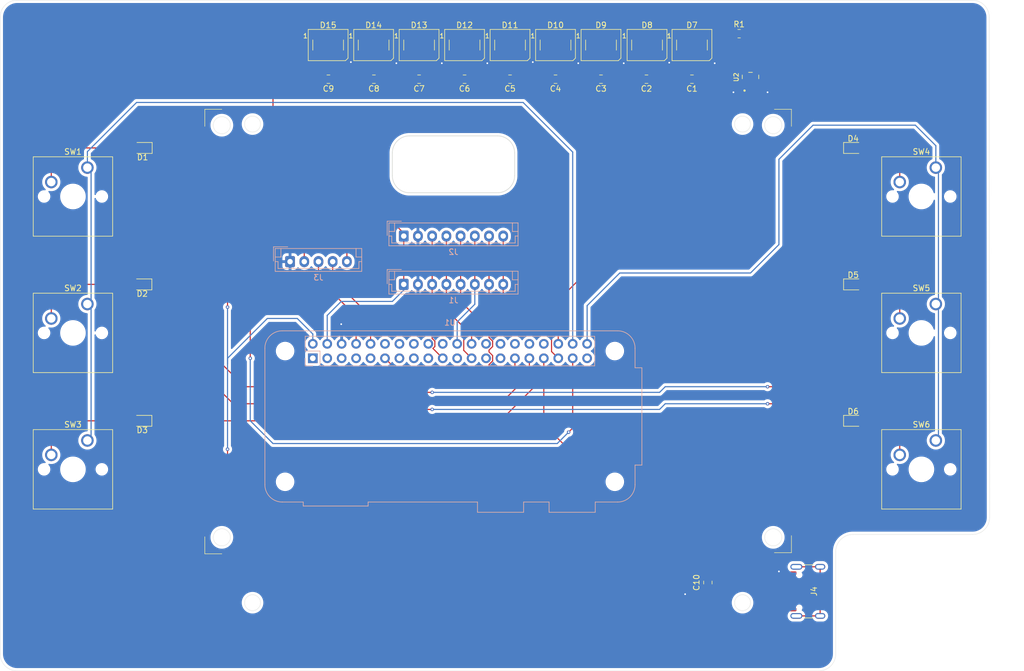
<source format=kicad_pcb>
(kicad_pcb (version 20241229) (generator "pcbnew") (generator_version "9.0")
  (title_block (title "smart_keybowl") (date "2025-07-06") (comment 1 "Author: Felix Wittwer"))
  (layers (0 "F.Cu" signal) (2 "B.Cu" signal) (13 "F.Paste" user) (15 "B.Paste" user) (5 "F.SilkS" user "F.Silkscreen") (7 "B.SilkS" user "B.Silkscreen") (1 "F.Mask" user) (3 "B.Mask" user) (25 "Edge.Cuts" user))
  (net 0 "")
  (net 1 "+5V")
  (net 2 "GND")
  (net 3 "Net-(D1-A)")
  (net 4 "ROW1")
  (net 5 "ROW2")
  (net 6 "Net-(D2-A)")
  (net 7 "Net-(D3-A)")
  (net 8 "ROW3")
  (net 9 "Net-(D4-A)")
  (net 10 "Net-(D5-A)")
  (net 11 "Net-(D6-A)")
  (net 12 "DIN")
  (net 13 "Net-(D7-DOUT)")
  (net 14 "Net-(D8-DOUT)")
  (net 15 "Net-(D10-DIN)")
  (net 16 "Net-(D10-DOUT)")
  (net 17 "Net-(D11-DOUT)")
  (net 18 "Net-(D12-DOUT)")
  (net 19 "Net-(D13-DOUT)")
  (net 20 "Net-(D14-DOUT)")
  (net 21 "DOUT")
  (net 22 "BUSY")
  (net 23 "CLK")
  (net 24 "CS")
  (net 25 "VCC")
  (net 26 "DC")
  (net 27 "RST")
  (net 28 "Pi TX - RX")
  (net 29 "EN")
  (net 30 "P1 RX - TX")
  (net 32 "unconnected-(J4-SHIELD-PadS1)")
  (net 40 "Net-(R1-Pad2)")
  (net 41 "COL1")
  (net 42 "COL2")
  (net 51 "GPIO18")
  (net 60 "DINNEO")
  (footprint "Capacitor_SMD:C_0805_2012Metric" (layer "F.Cu") (at 138.7 43.9 180)
    (property "Reference" "C7")
    (property "Value" "0.1uF")
  )
  (footprint "Capacitor_SMD:C_0805_2012Metric" (layer "F.Cu") (at 162.7 43.9 180)
    (property "Reference" "C4")
    (property "Value" "0.1uF")
  )
  (footprint "LED_SMD:LED_WS2812B_PLCC4_5.0x5.0mm_P3.2mm" (layer "F.Cu") (at 170.7 37.9)
    (property "Reference" "D9")
    (property "Value" "WS2812B")
  )
  (footprint "Capacitor_SMD:C_0805_2012Metric" (layer "F.Cu") (at 154.7 43.9 180)
    (property "Reference" "C5")
    (property "Value" "0.1uF")
  )
  (footprint "Diode_SMD:D_0805_2012Metric" (layer "F.Cu") (at 215.0625 80)
    (property "Reference" "D5")
    (property "Value" "D")
  )
  (footprint "LED_SMD:LED_WS2812B_PLCC4_5.0x5.0mm_P3.2mm" (layer "F.Cu") (at 154.7 37.9)
    (property "Reference" "D11")
    (property "Value" "WS2812B")
  )
  (footprint "Diode_SMD:D_0805_2012Metric" (layer "F.Cu") (at 90 80 180)
    (property "Reference" "D2")
    (property "Value" "D")
  )
  (footprint "Capacitor_SMD:C_0805_2012Metric" (layer "F.Cu") (at 189.5 132.45 -90)
    (property "Reference" "C10")
    (property "Value" "1000uF")
  )
  (footprint "Diode_SMD:D_0805_2012Metric" (layer "F.Cu") (at 90 104 180)
    (property "Reference" "D3")
    (property "Value" "D")
  )
  (footprint "Capacitor_SMD:C_0805_2012Metric" (layer "F.Cu") (at 130.75 43.9 180)
    (property "Reference" "C8")
    (property "Value" "0.1uF")
  )
  (footprint "Connector_USB:USB_C_Receptacle_GCT_USB4105-xx-A_16P_TopMnt_Horizontal" (layer "F.Cu") (at 208.175 134 90)
    (property "Reference" "J4")
    (property "Value" "USB_C_Receptacle")
  )
  (footprint "Diode_SMD:D_0805_2012Metric" (layer "F.Cu") (at 215.0625 56)
    (property "Reference" "D4")
    (property "Value" "D")
  )
  (footprint "Button_Switch_Keyboard:SW_Cherry_MX_1.00u_PCB" (layer "F.Cu") (at 80.35 83.46)
    (property "Reference" "SW2")
    (property "Value" "SW_Push")
  )
  (footprint "LED_SMD:LED_WS2812B_PLCC4_5.0x5.0mm_P3.2mm" (layer "F.Cu") (at 162.7 37.9)
    (property "Reference" "D10")
    (property "Value" "WS2812B")
  )
  (footprint "LS:SOT95P280X145-5N" (layer "F.Cu") (at 197 43.5 90)
    (property "Reference" "U2")
    (property "Value" "74AHCT1G125")
  )
  (footprint "Capacitor_SMD:C_0805_2012Metric" (layer "F.Cu") (at 146.7 43.9 180)
    (property "Reference" "C6")
    (property "Value" "0.1uF")
  )
  (footprint "Diode_SMD:D_0805_2012Metric" (layer "F.Cu") (at 90.0625 56 180)
    (property "Reference" "D1")
    (property "Value" "D")
  )
  (footprint "Capacitor_SMD:C_0805_2012Metric" (layer "F.Cu") (at 186.7 43.9 180)
    (property "Reference" "C1")
    (property "Value" "0.1uF")
  )
  (footprint "Button_Switch_Keyboard:SW_Cherry_MX_1.00u_PCB" (layer "F.Cu") (at 229.6025 107.46)
    (property "Reference" "SW6")
    (property "Value" "SW_Push")
  )
  (footprint "Capacitor_SMD:C_0805_2012Metric" (layer "F.Cu") (at 122.75 43.9 180)
    (property "Reference" "C9")
    (property "Value" "0.1uF")
  )
  (footprint "Button_Switch_Keyboard:SW_Cherry_MX_1.00u_PCB" (layer "F.Cu") (at 80.35 59.46)
    (property "Reference" "SW1")
    (property "Value" "SW_Push")
  )
  (footprint "Button_Switch_Keyboard:SW_Cherry_MX_1.00u_PCB" (layer "F.Cu") (at 229.6025 59.46)
    (property "Reference" "SW4")
    (property "Value" "SW_Push")
  )
  (footprint "LED_SMD:LED_WS2812B_PLCC4_5.0x5.0mm_P3.2mm" (layer "F.Cu") (at 186.7 37.9)
    (property "Reference" "D7")
    (property "Value" "WS2812B")
  )
  (footprint "Button_Switch_Keyboard:SW_Cherry_MX_1.00u_PCB" (layer "F.Cu") (at 80.35 107.46)
    (property "Reference" "SW3")
    (property "Value" "SW_Push")
  )
  (footprint "Button_Switch_Keyboard:SW_Cherry_MX_1.00u_PCB" (layer "F.Cu") (at 229.6025 83.46)
    (property "Reference" "SW5")
    (property "Value" "SW_Push")
  )
  (footprint "Resistor_SMD:R_0805_2012Metric_Pad1.20x1.40mm_HandSolder" (layer "F.Cu") (at 195 35.9)
    (property "Reference" "R1")
    (property "Value" "470Ω")
  )
  (footprint "LED_SMD:LED_WS2812B_PLCC4_5.0x5.0mm_P3.2mm" (layer "F.Cu") (at 146.7 37.9)
    (property "Reference" "D12")
    (property "Value" "WS2812B")
  )
  (footprint "LED_SMD:LED_WS2812B_PLCC4_5.0x5.0mm_P3.2mm" (layer "F.Cu") (at 138.7 37.9)
    (property "Reference" "D13")
    (property "Value" "WS2812B")
  )
  (footprint "Diode_SMD:D_0805_2012Metric" (layer "F.Cu") (at 215.0625 104)
    (property "Reference" "D6")
    (property "Value" "D")
  )
  (footprint "LED_SMD:LED_WS2812B_PLCC4_5.0x5.0mm_P3.2mm" (layer "F.Cu") (at 178.8 37.9)
    (property "Reference" "D8")
    (property "Value" "WS2812B")
  )
  (footprint "LED_SMD:LED_WS2812B_PLCC4_5.0x5.0mm_P3.2mm" (layer "F.Cu") (at 122.7 37.9)
    (property "Reference" "D15")
    (property "Value" "WS2812B")
  )
  (footprint "LED_SMD:LED_WS2812B_PLCC4_5.0x5.0mm_P3.2mm" (layer "F.Cu") (at 130.7 37.9)
    (property "Reference" "D14")
    (property "Value" "WS2812B")
  )
  (footprint "Capacitor_SMD:C_0805_2012Metric" (layer "F.Cu") (at 178.7 43.9 180)
    (property "Reference" "C2")
    (property "Value" "0.1uF")
  )
  (footprint "Capacitor_SMD:C_0805_2012Metric" (layer "F.Cu") (at 170.7 43.9 180)
    (property "Reference" "C3")
    (property "Value" "0.1uF")
  )
  (footprint "Module:Raspberry_Pi_Zero_Socketed_THT_FaceDown_MountingHoles" (layer "B.Cu") (at 120 93 -90)
    (property "Reference" "U1")
    (property "Value" "RASPBERRY_PI_ZERO_2_W")
  )
  (footprint "Connector_JST:JST_EH_B8B-EH-A_1x08_P2.50mm_Vertical" (layer "B.Cu") (at 136 80)
    (property "Reference" "J1")
    (property "Value" "e-Paper Module")
  )
  (footprint "Connector_JST:JST_EH_B8B-EH-A_1x08_P2.50mm_Vertical" (layer "B.Cu") (at 136 71.5)
    (property "Reference" "J2")
    (property "Value" "e-Paper Module")
  )
  (footprint "Connector_JST:JST_EH_B5B-EH-A_1x05_P2.50mm_Vertical" (layer "B.Cu") (at 116 76)
    (property "Reference" "J3")
    (property "Value" "R200 UHF RFID module")
  )
  (gr_line (start 101 49.2) (end 104 49.2) (stroke (width 0.1)) (layer "F.SilkS"))
  (gr_line (start 101 127.4) (end 101 124.4) (stroke (width 0.1)) (layer "F.SilkS"))
  (gr_line (start 204.2 127.2) (end 201.2 127.2) (stroke (width 0.1)) (layer "F.SilkS"))
  (gr_line (start 204.2 49.2) (end 204.2 52.2) (stroke (width 0.1)) (layer "F.SilkS"))
  (gr_line (start 101 49.2) (end 101 52.2) (stroke (width 0.1)) (layer "F.SilkS"))
  (gr_line (start 204.2 127.2) (end 204.2 124.2) (stroke (width 0.1)) (layer "F.SilkS"))
  (gr_line (start 204.2 49.2) (end 201.2 49.2) (stroke (width 0.1)) (layer "F.SilkS"))
  (gr_line (start 101 127.4) (end 104 127.4) (stroke (width 0.1)) (layer "F.SilkS"))
  (gr_arc (start 155.5 60.87868) (mid 154.62132 63) (end 152.5 63.87868) (stroke (width 0.1)) (layer "Edge.Cuts"))
  (gr_circle (center 201 52) (end 202.5 52) (stroke (width 0.05)) (fill no) (layer "Edge.Cuts"))
  (gr_arc (start 236 30) (mid 238.12132 30.87868) (end 239 33) (stroke (width 0.05)) (layer "Edge.Cuts"))
  (gr_line (start 212 127) (end 212 145) (stroke (width 0.05)) (layer "Edge.Cuts"))
  (gr_arc (start 65 33) (mid 65.87868 30.87868) (end 68 30) (stroke (width 0.05)) (layer "Edge.Cuts"))
  (gr_arc (start 152.5 53.87868) (mid 154.62132 54.75736) (end 155.5 56.87868) (stroke (width 0.1)) (layer "Edge.Cuts"))
  (gr_circle (center 104 124.5) (end 105.5 124.5) (stroke (width 0.05)) (fill no) (layer "Edge.Cuts"))
  (gr_line (start 152.5 53.87868) (end 137 53.87868) (stroke (width 0.1)) (layer "Edge.Cuts"))
  (gr_circle (center 109.4 51.8) (end 110.8 51.8) (stroke (width 0.05)) (fill no) (layer "Edge.Cuts"))
  (gr_line (start 152.5 63.87868) (end 137 63.87868) (stroke (width 0.1)) (layer "Edge.Cuts"))
  (gr_circle (center 201 124.5) (end 202.5 124.5) (stroke (width 0.05)) (fill no) (layer "Edge.Cuts"))
  (gr_line (start 134 56.87868) (end 134 60.87868) (stroke (width 0.1)) (layer "Edge.Cuts"))
  (gr_line (start 239 33) (end 239.0625 121) (stroke (width 0.05)) (layer "Edge.Cuts"))
  (gr_line (start 155.5 60.87868) (end 155.5 56.87868) (stroke (width 0.1)) (layer "Edge.Cuts"))
  (gr_arc (start 137 63.87868) (mid 134.87868 63) (end 134 60.87868) (stroke (width 0.1)) (layer "Edge.Cuts"))
  (gr_line (start 65 33) (end 65 145) (stroke (width 0.05)) (layer "Edge.Cuts"))
  (gr_arc (start 239.0625 121) (mid 238.18382 123.12132) (end 236.0625 124) (stroke (width 0.05)) (layer "Edge.Cuts"))
  (gr_line (start 236.0625 124) (end 215 124) (stroke (width 0.05)) (layer "Edge.Cuts"))
  (gr_line (start 68 30) (end 236 30) (stroke (width 0.05)) (layer "Edge.Cuts"))
  (gr_circle (center 104 52) (end 105.5 52) (stroke (width 0.05)) (fill no) (layer "Edge.Cuts"))
  (gr_circle (center 195.6 51.8) (end 197 51.8) (stroke (width 0.05)) (fill no) (layer "Edge.Cuts"))
  (gr_circle (center 109.4 136) (end 110.8 136) (stroke (width 0.05)) (fill no) (layer "Edge.Cuts"))
  (gr_arc (start 68 148) (mid 65.87868 147.12132) (end 65 145) (stroke (width 0.05)) (layer "Edge.Cuts"))
  (gr_circle (center 195.6 136) (end 197 136) (stroke (width 0.05)) (fill no) (layer "Edge.Cuts"))
  (gr_arc (start 212 145) (mid 211.12132 147.12132) (end 209 148) (stroke (width 0.05)) (layer "Edge.Cuts"))
  (gr_arc (start 212 127) (mid 212.87868 124.87868) (end 215 124) (stroke (width 0.05)) (layer "Edge.Cuts"))
  (gr_line (start 209 148) (end 68 148) (stroke (width 0.05)) (layer "Edge.Cuts"))
  (gr_arc (start 134 56.87868) (mid 134.87868 54.75736) (end 137 53.87868) (stroke (width 0.1)) (layer "Edge.Cuts"))
  (segment (start 125.9 33.9) (end 125.7 33.9) (width 0.2) (layer "F.Cu") (net 1))
  (segment (start 115.6 33.9) (end 117.7 33.9) (width 0.2) (layer "F.Cu") (net 1))
  (segment (start 129.8 37.8) (end 129.8 43.9) (width 0.2) (layer "F.Cu") (net 1))
  (segment (start 161.7 33.9) (end 155.7 33.9) (width 0.2) (layer "F.Cu") (net 1))
  (segment (start 128.25 36.25) (end 129.8 37.8) (width 0.2) (layer "F.Cu") (net 1))
  (segment (start 161.75 37.75) (end 161.75 43.9) (width 0.2) (layer "F.Cu") (net 1))
  (segment (start 160.25 36.25) (end 161.75 37.75) (width 0.2) (layer "F.Cu") (net 1))
  (segment (start 122.5 131.5) (end 198.5 131.5) (width 0.2) (layer "F.Cu") (net 1))
  (segment (start 144.25 36.25) (end 141.9 33.9) (width 0.2) (layer "F.Cu") (net 1))
  (segment (start 176.35 36.25) (end 177.75 37.65) (width 0.2) (layer "F.Cu") (net 1))
  (segment (start 168.25 36.25) (end 165.9 33.9) (width 0.2) (layer "F.Cu") (net 1))
  (segment (start 196.05 40.95) (end 196.05 42.645) (width 0.2) (layer "F.Cu") (net 1))
  (segment (start 105 109) (end 105 114) (width 0.2) (layer "F.Cu") (net 1))
  (segment (start 204.495 131.6) (end 198.6 131.6) (width 0.2) (layer "F.Cu") (net 1))
  (segment (start 160.25 36.25) (end 157.9 33.9) (width 0.2) (layer "F.Cu") (net 1))
  (segment (start 133.7 33.9) (end 125.7 33.9) (width 0.2) (layer "F.Cu") (net 1))
  (segment (start 149.9 33.9) (end 147.7 33.9) (width 0.2) (layer "F.Cu") (net 1))
  (segment (start 121.8 37.8) (end 121.8 43.9) (width 0.2) (layer "F.Cu") (net 1))
  (segment (start 136.25 36.25) (end 133.9 33.9) (width 0.2) (layer "F.Cu") (net 1))
  (segment (start 184.25 36.25) (end 181.9 33.9) (width 0.2) (layer "F.Cu") (net 1))
  (segment (start 133.9 33.9) (end 133.7 33.9) (width 0.2) (layer "F.Cu") (net 1))
  (segment (start 174 33.9) (end 173.7 33.9) (width 0.2) (layer "F.Cu") (net 1))
  (segment (start 165.7 33.9) (end 161.7 33.9) (width 0.2) (layer "F.Cu") (net 1))
  (segment (start 188 37.9) (end 193 37.9) (width 0.2) (layer "F.Cu") (net 1))
  (segment (start 173.7 33.9) (end 165.7 33.9) (width 0.2) (layer "F.Cu") (net 1))
  (segment (start 157.9 33.9) (end 155.7 33.9) (width 0.2) (layer "F.Cu") (net 1))
  (segment (start 165.9 33.9) (end 165.7 33.9) (width 0.2) (layer "F.Cu") (net 1))
  (segment (start 152.25 36.25) (end 149.9 33.9) (width 0.2) (layer "F.Cu") (net 1))
  (segment (start 186.35 36.25) (end 188 37.9) (width 0.2) (layer "F.Cu") (net 1))
  (segment (start 105 63.5) (end 113 55.5) (width 0.2) (layer "F.Cu") (net 1))
  (segment (start 147.7 33.9) (end 141.7 33.9) (width 0.2) (layer "F.Cu") (net 1))
  (segment (start 181.7 33.9) (end 173.7 33.9) (width 0.2) (layer "F.Cu") (net 1))
  (segment (start 113 36.5) (end 115.6 33.9) (width 0.2) (layer "F.Cu") (net 1))
  (segment (start 113 55.5) (end 113 36.5) (width 0.2) (layer "F.Cu") (net 1))
  (segment (start 141.9 33.9) (end 141.7 33.9) (width 0.2) (layer "F.Cu") (net 1))
  (segment (start 168.25 36.25) (end 169.75 37.75) (width 0.2) (layer "F.Cu") (net 1))
  (segment (start 141.7 33.9) (end 136.7 33.9) (width 0.2) (layer "F.Cu") (net 1))
  (segment (start 105 84) (end 105 63.5) (width 0.2) (layer "F.Cu") (net 1))
  (segment (start 145.75 37.75) (end 145.75 43.9) (width 0.2) (layer "F.Cu") (net 1))
  (segment (start 144.25 36.25) (end 145.75 37.75) (width 0.2) (layer "F.Cu") (net 1))
  (segment (start 169.75 37.75) (end 169.75 43.9) (width 0.2) (layer "F.Cu") (net 1))
  (segment (start 184.25 36.25) (end 186.35 36.25) (width 0.2) (layer "F.Cu") (net 1))
  (segment (start 176.35 36.25) (end 174 33.9) (width 0.2) (layer "F.Cu") (net 1))
  (segment (start 105 114) (end 122.5 131.5) (width 0.2) (layer "F.Cu") (net 1))
  (segment (start 153.75 37.75) (end 153.75 43.9) (width 0.2) (layer "F.Cu") (net 1))
  (segment (start 125.7 33.9) (end 117.7 33.9) (width 0.2) (layer "F.Cu") (net 1))
  (segment (start 184.25 36.25) (end 185.75 37.75) (width 0.2) (layer "F.Cu") (net 1))
  (segment (start 136.25 36.25) (end 137.75 37.75) (width 0.2) (layer "F.Cu") (net 1))
  (segment (start 203.4 136.4) (end 204.495 136.4) (width 0.2) (layer "F.Cu") (net 1))
  (segment (start 155.7 33.9) (end 147.7 33.9) (width 0.2) (layer "F.Cu") (net 1))
  (segment (start 128.25 36.25) (end 125.9 33.9) (width 0.2) (layer "F.Cu") (net 1))
  (segment (start 198.5 131.5) (end 203.4 136.4) (width 0.2) (layer "F.Cu") (net 1))
  (segment (start 193 37.9) (end 196.05 40.95) (width 0.2) (layer "F.Cu") (net 1))
  (segment (start 177.75 37.65) (end 177.75 43.9) (width 0.2) (layer "F.Cu") (net 1))
  (segment (start 152.25 36.25) (end 153.75 37.75) (width 0.2) (layer "F.Cu") (net 1))
  (segment (start 185.75 37.75) (end 185.75 43.9) (width 0.2) (layer "F.Cu") (net 1))
  (segment (start 120.25 36.25) (end 121.8 37.8) (width 0.2) (layer "F.Cu") (net 1))
  (segment (start 120.25 36.25) (end 117.9 33.9) (width 0.2) (layer "F.Cu") (net 1))
  (segment (start 137.75 37.75) (end 137.75 43.9) (width 0.2) (layer "F.Cu") (net 1))
  (segment (start 136.7 33.9) (end 133.7 33.9) (width 0.2) (layer "F.Cu") (net 1))
  (segment (start 198.6 131.6) (end 198.5 131.5) (width 0.2) (layer "F.Cu") (net 1))
  (segment (start 117.9 33.9) (end 117.7 33.9) (width 0.2) (layer "F.Cu") (net 1))
  (segment (start 181.9 33.9) (end 181.7 33.9) (width 0.2) (layer "F.Cu") (net 1))
  (via (at 105 109) (size 0.6) (drill 0.3) (layers "F.Cu" "B.Cu") (net 1))
  (via (at 105 84) (size 0.6) (drill 0.3) (layers "F.Cu" "B.Cu") (net 1))
  (segment (start 120 88.73) (end 120 90.46) (width 0.2) (layer "B.Cu") (net 1))
  (segment (start 105 94) (end 105 93) (width 0.2) (layer "B.Cu") (net 1))
  (segment (start 105 93) (end 112 86) (width 0.2) (layer "B.Cu") (net 1))
  (segment (start 112 86) (end 117.27 86) (width 0.2) (layer "B.Cu") (net 1))
  (segment (start 117.27 86) (end 120 88.73) (width 0.2) (layer "B.Cu") (net 1))
  (segment (start 105 109) (end 105 94) (width 0.2) (layer "B.Cu") (net 1))
  (segment (start 105 94) (end 105 84) (width 0.2) (layer "B.Cu") (net 1))
  (segment (start 173.15 39.55) (end 171.65 41.05) (width 0.2) (layer "F.Cu") (net 2))
  (segment (start 138.54 71.54) (end 138.54 80) (width 0.2) (layer "F.Cu") (net 2))
  (segment (start 189.15 39.55) (end 187.65 41.05) (width 0.2) (layer "F.Cu") (net 2))
  (segment (start 194 46.205) (end 195 46.205) (width 0.2) (layer "F.Cu") (net 2))
  (segment (start 141.15 39.55) (end 142.7 41.1) (width 0.2) (layer "F.Cu") (net 2))
  (segment (start 149.15 39.55) (end 147.65 41.05) (width 0.2) (layer "F.Cu") (net 2))
  (segment (start 125.35 39.55) (end 126.7 40.9) (width 0.2) (layer "F.Cu") (net 2))
  (segment (start 125.08 87.08) (end 125 87) (width 0.2) (layer "F.Cu") (net 2))
  (segment (start 201.7 137.2) (end 204.495 137.2) (width 0.2) (layer "F.Cu") (net 2))
  (segment (start 131.7 41) (end 131.7 43.9) (width 0.2) (layer "F.Cu") (net 2))
  (segment (start 138.5 71.5) (end 138.54 71.54) (width 0.2) (layer "F.Cu") (net 2))
  (segment (start 179.65 41.15) (end 179.65 43.9) (width 0.2) (layer "F.Cu") (net 2))
  (segment (start 163.65 41.05) (end 163.65 43.9) (width 0.2) (layer "F.Cu") (net 2))
  (segment (start 189.5 133.4) (end 197.9 133.4) (width 0.2) (layer "F.Cu") (net 2))
  (segment (start 181.25 39.55) (end 182.7 41) (width 0.2) (layer "F.Cu") (net 2))
  (segment (start 204.495 130.8) (end 202.3 130.8) (width 0.2) (layer "F.Cu") (net 2))
  (segment (start 139.65 41.05) (end 139.65 43.9) (width 0.2) (layer "F.Cu") (net 2))
  (segment (start 171.65 41.05) (end 171.65 43.9) (width 0.2) (layer "F.Cu") (net 2))
  (segment (start 181.25 39.55) (end 179.65 41.15) (width 0.2) (layer "F.Cu") (net 2))
  (segment (start 165.15 39.55) (end 163.65 41.05) (width 0.2) (layer "F.Cu") (net 2))
  (segment (start 197.9 133.4) (end 201.7 137.2) (width 0.2) (layer "F.Cu") (net 2))
  (segment (start 125.15 39.55) (end 125.35 39.55) (width 0.2) (layer "F.Cu") (net 2))
  (segment (start 125.08 90.46) (end 125.08 87.08) (width 0.2) (layer "F.Cu") (net 2))
  (segment (start 195 46.205) (end 196.05 45.155) (width 0.2) (layer "F.Cu") (net 2))
  (segment (start 157.15 39.55) (end 157.35 39.55) (width 0.2) (layer "F.Cu") (net 2))
  (segment (start 157.15 39.55) (end 155.65 41.05) (width 0.2) (layer "F.Cu") (net 2))
  (segment (start 133.15 39.55) (end 134.7 41.1) (width 0.2) (layer "F.Cu") (net 2))
  (segment (start 189.15 39.55) (end 190.7 41.1) (width 0.2) (layer "F.Cu") (net 2))
  (segment (start 155.65 41.05) (end 155.65 43.9) (width 0.2) (layer "F.Cu") (net 2))
  (segment (start 186.6 133.4) (end 189.5 133.4) (width 0.2) (layer "F.Cu") (net 2))
  (segment (start 173.15 39.55) (end 174.7 41.1) (width 0.2) (layer "F.Cu") (net 2))
  (segment (start 157.35 39.55) (end 158.7 40.9) (width 0.2) (layer "F.Cu") (net 2))
  (segment (start 133.15 39.55) (end 131.7 41) (width 0.2) (layer "F.Cu") (net 2))
  (segment (start 199 46.205) (end 197.95 45.155) (width 0.2) (layer "F.Cu") (net 2))
  (segment (start 189.95 133) (end 190 133.05) (width 0.2) (layer "F.Cu") (net 2))
  (segment (start 200 46.205) (end 199 46.205) (width 0.2) (layer "F.Cu") (net 2))
  (segment (start 141.15 39.55) (end 139.65 41.05) (width 0.2) (layer "F.Cu") (net 2))
  (segment (start 125.15 39.55) (end 123.7 41) (width 0.2) (layer "F.Cu") (net 2))
  (segment (start 147.65 41.05) (end 147.65 43.9) (width 0.2) (layer "F.Cu") (net 2))
  (segment (start 187.65 41.05) (end 187.65 43.9) (width 0.2) (layer "F.Cu") (net 2))
  (segment (start 165.15 39.55) (end 166.7 41.1) (width 0.2) (layer "F.Cu") (net 2))
  (segment (start 123.7 41) (end 123.7 43.9) (width 0.2) (layer "F.Cu") (net 2))
  (segment (start 202.3 130.8) (end 202 130.5) (width 0.2) (layer "F.Cu") (net 2))
  (segment (start 185.5 134.5) (end 186.6 133.4) (width 0.2) (layer "F.Cu") (net 2))
  (segment (start 149.15 39.55) (end 150.7 41.1) (width 0.2) (layer "F.Cu") (net 2))
  (via (at 194 46.205) (size 0.6) (drill 0.3) (layers "F.Cu" "B.Cu") (net 2))
  (via (at 200 46.205) (size 0.6) (drill 0.3) (layers "F.Cu" "B.Cu") (net 2))
  (via (at 142.7 41.1) (size 0.6) (drill 0.3) (layers "F.Cu" "B.Cu") (net 2))
  (via (at 190.7 41.1) (size 0.6) (drill 0.3) (layers "F.Cu" "B.Cu") (net 2))
  (via (at 174.7 41.1) (size 0.6) (drill 0.3) (layers "F.Cu" "B.Cu") (net 2))
  (via (at 158.7 40.9) (size 0.6) (drill 0.3) (layers "F.Cu" "B.Cu") (net 2))
  (via (at 166.7 41.1) (size 0.6) (drill 0.3) (layers "F.Cu" "B.Cu") (net 2))
  (via (at 182.7 41) (size 0.6) (drill 0.3) (layers "F.Cu" "B.Cu") (net 2))
  (via (at 134.7 41.1) (size 0.6) (drill 0.3) (layers "F.Cu" "B.Cu") (net 2))
  (via (at 150.7 41.1) (size 0.6) (drill 0.3) (layers "F.Cu" "B.Cu") (net 2))
  (via (at 202 130.5) (size 0.6) (drill 0.3) (layers "F.Cu" "B.Cu") (net 2))
  (via (at 185.5 134.5) (size 0.6) (drill 0.3) (layers "F.Cu" "B.Cu") (net 2))
  (via (at 125 87) (size 0.6) (drill 0.3) (layers "F.Cu" "B.Cu") (net 2))
  (via (at 126.7 40.9) (size 0.6) (drill 0.3) (layers "F.Cu" "B.Cu") (net 2))
  (segment (start 74 62) (end 74 58) (width 0.2) (layer "F.Cu") (net 3))
  (segment (start 74 58) (end 76 56) (width 0.2) (layer "F.Cu") (net 3))
  (segment (start 76 56) (end 89.125 56) (width 0.2) (layer "F.Cu") (net 3))
  (segment (start 135 98) (end 153 98) (width 0.2) (layer "F.Cu") (net 4))
  (segment (start 108 98) (end 135 98) (width 0.2) (layer "F.Cu") (net 4))
  (segment (start 155.56 95.44) (end 155.56 93) (width 0.2) (layer "F.Cu") (net 4))
  (segment (start 100 90) (end 108 98) (width 0.2) (layer "F.Cu") (net 4))
  (segment (start 135 98) (end 136 98) (width 0.2) (layer "F.Cu") (net 4))
  (segment (start 96 56) (end 100 60) (width 0.2) (layer "F.Cu") (net 4))
  (segment (start 210 56) (end 206 60) (width 0.2) (layer "F.Cu") (net 4))
  (segment (start 137 99) (end 141 99) (width 0.2) (layer "F.Cu") (net 4))
  (segment (start 206 94) (end 202 98) (width 0.2) (layer "F.Cu") (net 4))
  (segment (start 206 60) (end 206 94) (width 0.2) (layer "F.Cu") (net 4))
  (segment (start 100 60) (end 100 90) (width 0.2) (layer "F.Cu") (net 4))
  (segment (start 136 98) (end 137 99) (width 0.2) (layer "F.Cu") (net 4))
  (segment (start 91 56) (end 96 56) (width 0.2) (layer "F.Cu") (net 4))
  (segment (start 202 98) (end 200 98) (width 0.2) (layer "F.Cu") (net 4))
  (segment (start 214.125 56) (end 210 56) (width 0.2) (layer "F.Cu") (net 4))
  (segment (start 153 98) (end 155.56 95.44) (width 0.2) (layer "F.Cu") (net 4))
  (via (at 141 99) (size 0.6) (drill 0.3) (layers "F.Cu" "B.Cu") (net 4))
  (via (at 200 98) (size 0.6) (drill 0.3) (layers "F.Cu" "B.Cu") (net 4))
  (segment (start 141 99) (end 181 99) (width 0.2) (layer "B.Cu") (net 4))
  (segment (start 182 98) (end 200 98) (width 0.2) (layer "B.Cu") (net 4))
  (segment (start 181 99) (end 182 98) (width 0.2) (layer "B.Cu") (net 4))
  (segment (start 90.9375 80) (end 94 80) (width 0.2) (layer "F.Cu") (net 5))
  (segment (start 97 83) (end 97 92) (width 0.2) (layer "F.Cu") (net 5))
  (segment (start 153 101) (end 158.1 95.9) (width 0.2) (layer "F.Cu") (net 5))
  (segment (start 94 80) (end 97 83) (width 0.2) (layer "F.Cu") (net 5))
  (segment (start 136 101) (end 137 102) (width 0.2) (layer "F.Cu") (net 5))
  (segment (start 209 94) (end 202 101) (width 0.2) (layer "F.Cu") (net 5))
  (segment (start 209 83) (end 209 94) (width 0.2) (layer "F.Cu") (net 5))
  (segment (start 202 101) (end 200 101) (width 0.2) (layer "F.Cu") (net 5))
  (segment (start 212 80) (end 209 83) (width 0.2) (layer "F.Cu") (net 5))
  (segment (start 106 101) (end 134 101) (width 0.2) (layer "F.Cu") (net 5))
  (segment (start 134 101) (end 136 101) (width 0.2) (layer "F.Cu") (net 5))
  (segment (start 137 102) (end 141 102) (width 0.2) (layer "F.Cu") (net 5))
  (segment (start 97 92) (end 106 101) (width 0.2) (layer "F.Cu") (net 5))
  (segment (start 134 101) (end 153 101) (width 0.2) (layer "F.Cu") (net 5))
  (segment (start 214.125 80) (end 212 80) (width 0.2) (layer "F.Cu") (net 5))
  (segment (start 158.1 95.9) (end 158.1 93) (width 0.2) (layer "F.Cu") (net 5))
  (via (at 141 102) (size 0.6) (drill 0.3) (layers "F.Cu" "B.Cu") (net 5))
  (via (at 200 101) (size 0.6) (drill 0.3) (layers "F.Cu" "B.Cu") (net 5))
  (segment (start 141 102) (end 181 102) (width 0.2) (layer "B.Cu") (net 5))
  (segment (start 181 102) (end 182 101) (width 0.2) (layer "B.Cu") (net 5))
  (segment (start 182 101) (end 200 101) (width 0.2) (layer "B.Cu") (net 5))
  (segment (start 76 80) (end 89.0625 80) (width 0.2) (layer "F.Cu") (net 6))
  (segment (start 74 86) (end 74 82) (width 0.2) (layer "F.Cu") (net 6))
  (segment (start 74 82) (end 76 80) (width 0.2) (layer "F.Cu") (net 6))
  (segment (start 76 104) (end 89.0625 104) (width 0.2) (layer "F.Cu") (net 7))
  (segment (start 74 106) (end 76 104) (width 0.2) (layer "F.Cu") (net 7))
  (segment (start 74 110) (end 74 106) (width 0.2) (layer "F.Cu") (net 7))
  (segment (start 90.9375 104) (end 153 104) (width 0.2) (layer "F.Cu") (net 8))
  (segment (start 165 109) (end 160.64 104.64) (width 0.2) (layer "F.Cu") (net 8))
  (segment (start 160.64 104.64) (end 160.64 96.36) (width 0.2) (layer "F.Cu") (net 8))
  (segment (start 214.125 104) (end 209.125 109) (width 0.2) (layer "F.Cu") (net 8))
  (segment (start 153 104) (end 160.64 96.36) (width 0.2) (layer "F.Cu") (net 8))
  (segment (start 160.64 96.36) (end 160.64 93) (width 0.2) (layer "F.Cu") (net 8))
  (segment (start 209.125 109) (end 165 109) (width 0.2) (layer "F.Cu") (net 8))
  (segment (start 221.0625 56) (end 223.2525 58.19) (width 0.2) (layer "F.Cu") (net 9))
  (segment (start 216 56) (end 221.0625 56) (width 0.2) (layer "F.Cu") (net 9))
  (segment (start 223.2525 58.19) (end 223.2525 62) (width 0.2) (layer "F.Cu") (net 9))
  (segment (start 223.2525 82.19) (end 223.2525 86) (width 0.2) (layer "F.Cu") (net 10))
  (segment (start 216 80) (end 221.0625 80) (width 0.2) (layer "F.Cu") (net 10))
  (segment (start 221.0625 80) (end 223.2525 82.19) (width 0.2) (layer "F.Cu") (net 10))
  (segment (start 223.2525 106.19) (end 223.2525 110) (width 0.2) (layer "F.Cu") (net 11))
  (segment (start 216 104) (end 221.0625 104) (width 0.2) (layer "F.Cu") (net 11))
  (segment (start 221.0625 104) (end 223.2525 106.19) (width 0.2) (layer "F.Cu") (net 11))
  (segment (start 141.471 90.93676) (end 141.13388 91.27388) (width 0.2) (layer "F.Cu") (net 12))
  (segment (start 141.471 89.98324) (end 141.471 90.93676) (width 0.2) (layer "F.Cu") (net 12))
  (segment (start 141.13388 91.27388) (end 142.86 93) (width 0.2) (layer "F.Cu") (net 12))
  (segment (start 141 71.5) (end 141 89.51224) (width 0.2) (layer "F.Cu") (net 12))
  (segment (start 141 89.51224) (end 141.471 89.98324) (width 0.2) (layer "F.Cu") (net 12))
  (segment (start 181.25 36.55) (end 181.25 36.25) (width 0.2) (layer "F.Cu") (net 13))
  (segment (start 184.25 39.55) (end 181.25 36.55) (width 0.2) (layer "F.Cu") (net 13))
  (segment (start 176.35 39.55) (end 173.15 36.35) (width 0.2) (layer "F.Cu") (net 14))
  (segment (start 173.15 36.35) (end 173.15 36.25) (width 0.2) (layer "F.Cu") (net 14))
  (segment (start 168.25 39.55) (end 165.15 36.45) (width 0.2) (layer "F.Cu") (net 15))
  (segment (start 165.15 36.45) (end 165.15 36.25) (width 0.2) (layer "F.Cu") (net 15))
  (segment (start 160.25 39.55) (end 157.15 36.45) (width 0.2) (layer "F.Cu") (net 16))
  (segment (start 157.15 36.45) (end 157.15 36.25) (width 0.2) (layer "F.Cu") (net 16))
  (segment (start 149.15 36.45) (end 149.15 36.25) (width 0.2) (layer "F.Cu") (net 17))
  (segment (start 152.25 39.55) (end 149.15 36.45) (width 0.2) (layer "F.Cu") (net 17))
  (segment (start 141.15 36.45) (end 141.15 36.25) (width 0.2) (layer "F.Cu") (net 18))
  (segment (start 144.25 39.55) (end 141.15 36.45) (width 0.2) (layer "F.Cu") (net 18))
  (segment (start 136.25 39.55) (end 133.15 36.45) (width 0.2) (layer "F.Cu") (net 19))
  (segment (start 133.15 36.45) (end 133.15 36.25) (width 0.2) (layer "F.Cu") (net 19))
  (segment (start 125.15 36.45) (end 125.15 36.25) (width 0.2) (layer "F.Cu") (net 20))
  (segment (start 128.25 39.55) (end 125.15 36.45) (width 0.2) (layer "F.Cu") (net 20))
  (segment (start 160 85) (end 162 87) (width 0.2) (layer "F.Cu") (net 22))
  (segment (start 162 87) (end 162 91.82) (width 0.2) (layer "F.Cu") (net 22))
  (segment (start 157 85) (end 160 85) (width 0.2) (layer "F.Cu") (net 22))
  (segment (start 153.5 71.5) (end 153.5 81.5) (width 0.2) (layer "F.Cu") (net 22))
  (segment (start 153.5 81.5) (end 157 85) (width 0.2) (layer "F.Cu") (net 22))
  (segment (start 162 91.82) (end 163.18 93) (width 0.2) (layer "F.Cu") (net 22))
  (segment (start 143.5 84.5) (end 146.551 87.551) (width 0.2) (layer "F.Cu") (net 23))
  (segment (start 146.551 87.551) (end 146.551 91.611) (width 0.2) (layer "F.Cu") (net 23))
  (segment (start 146.551 91.611) (end 147.94 93) (width 0.2) (layer "F.Cu") (net 23))
  (segment (start 143.5 71.5) (end 143.5 84.5) (width 0.2) (layer "F.Cu") (net 23))
  (segment (start 146 83) (end 147.94 84.94) (width 0.2) (layer "F.Cu") (net 24))
  (segment (start 146 71.5) (end 146 83) (width 0.2) (layer "F.Cu") (net 24))
  (segment (start 147.94 84.94) (end 147.94 90.46) (width 0.2) (layer "F.Cu") (net 24))
  (segment (start 136 71) (end 134.5 69.5) (width 0.2) (layer "F.Cu") (net 25))
  (segment (start 128.5 69.5) (end 126 72) (width 0.2) (layer "F.Cu") (net 25))
  (segment (start 134.5 69.5) (end 128.5 69.5) (width 0.2) (layer "F.Cu") (net 25))
  (segment (start 136 80) (end 136 71) (width 0.2) (layer "F.Cu") (net 25))
  (segment (start 126 72) (end 126 76) (width 0.2) (layer "F.Cu") (net 25))
  (segment (start 136 81) (end 136 80) (width 0.2) (layer "B.Cu") (net 25))
  (segment (start 125 83) (end 134 83) (width 0.2) (layer "B.Cu") (net 25))
  (segment (start 122.54 90.46) (end 122.54 85.46) (width 0.2) (layer "B.Cu") (net 25))
  (segment (start 122.54 85.46) (end 125 83) (width 0.2) (layer "B.Cu") (net 25))
  (segment (start 134 83) (end 136 81) (width 0.2) (layer "B.Cu") (net 25))
  (segment (start 148.5 71.5) (end 148.5 79.8) (width 0.2) (layer "F.Cu") (net 26))
  (segment (start 148.5 79.8) (end 148.7 80) (width 0.2) (layer "F.Cu") (net 26))
  (segment (start 148.7 80) (end 148.5 80.2) (width 0.2) (layer "B.Cu") (net 26))
  (segment (start 145.4 86.6) (end 145.4 90.46) (width 0.2) (layer "B.Cu") (net 26))
  (segment (start 148.5 83.5) (end 145.4 86.6) (width 0.2) (layer "B.Cu") (net 26))
  (segment (start 148.5 80.2) (end 148.5 83.5) (width 0.2) (layer "B.Cu") (net 26))
  (segment (start 151 91.56776) (end 151 91.89224) (width 0.2) (layer "F.Cu") (net 27))
  (segment (start 151.631 93.47676) (end 151 94.10776) (width 0.2) (layer "F.Cu") (net 27))
  (segment (start 151 71.5) (end 151 89.35224) (width 0.2) (layer "F.Cu") (net 27))
  (segment (start 151.631 92.52324) (end 151.631 93.47676) (width 0.2) (layer "F.Cu") (net 27))
  (segment (start 151 95) (end 150 96) (width 0.2) (layer "F.Cu") (net 27))
  (segment (start 150 96) (end 135.7 96) (width 0.2) (layer "F.Cu") (net 27))
  (segment (start 151 94.10776) (end 151 95) (width 0.2) (layer "F.Cu") (net 27))
  (segment (start 151 89.35224) (end 151.631 89.98324) (width 0.2) (layer "F.Cu") (net 27))
  (segment (start 151.631 90.93676) (end 151 91.56776) (width 0.2) (layer "F.Cu") (net 27))
  (segment (start 151.631 89.98324) (end 151.631 90.93676) (width 0.2) (layer "F.Cu") (net 27))
  (segment (start 151 91.89224) (end 151.631 92.52324) (width 0.2) (layer "F.Cu") (net 27))
  (segment (start 135.7 96) (end 132.7 93) (width 0.2) (layer "F.Cu") (net 27))
  (segment (start 127.62 85.62) (end 121 79) (width 0.2) (layer "F.Cu") (net 28))
  (segment (start 121 79) (end 121 76.08) (width 0.2) (layer "F.Cu") (net 28))
  (segment (start 127.62 90.46) (end 127.62 85.62) (width 0.2) (layer "F.Cu") (net 28))
  (segment (start 121 76.08) (end 121.08 76) (width 0.2) (layer "F.Cu") (net 28))
  (segment (start 165.72 105.28) (end 165 106) (width 0.2) (layer "F.Cu") (net 29))
  (segment (start 118.54 76) (end 118.5 75.96) (width 0.2) (layer "F.Cu") (net 29))
  (segment (start 165.72 94.72) (end 165.72 93) (width 0.2) (layer "F.Cu") (net 29))
  (segment (start 118.5 75.96) (end 118.5 72.42) (width 0.2) (layer "F.Cu") (net 29))
  (segment (start 118.5 72.42) (end 117.08 71) (width 0.2) (layer "F.Cu") (net 29))
  (segment (start 112 71) (end 109 74) (width 0.2) (layer "F.Cu") (net 29))
  (segment (start 165.72 94.72) (end 165.72 105.28) (width 0.2) (layer "F.Cu") (net 29))
  (segment (start 109 74) (end 109 93) (width 0.2) (layer "F.Cu") (net 29))
  (segment (start 117.08 71) (end 112 71) (width 0.2) (layer "F.Cu") (net 29))
  (via (at 165 106) (size 0.6) (drill 0.3) (layers "F.Cu" "B.Cu") (net 29))
  (via (at 109 93) (size 0.6) (drill 0.3) (layers "F.Cu" "B.Cu") (net 29))
  (segment (start 109 104) (end 113 108) (width 0.2) (layer "B.Cu") (net 29))
  (segment (start 163 108) (end 165 106) (width 0.2) (layer "B.Cu") (net 29))
  (segment (start 113 108) (end 163 108) (width 0.2) (layer "B.Cu") (net 29))
  (segment (start 109 93) (end 109 104) (width 0.2) (layer "B.Cu") (net 29))
  (segment (start 123.5 76.12) (end 123.5 79) (width 0.2) (layer "F.Cu") (net 30))
  (segment (start 123.5 79) (end 130.16 85.66) (width 0.2) (layer "F.Cu") (net 30))
  (segment (start 130.16 85.66) (end 130.16 90.46) (width 0.2) (layer "F.Cu") (net 30))
  (segment (start 123.62 76) (end 123.5 76.12) (width 0.2) (layer "F.Cu") (net 30))
  (segment (start 209.25 129.68) (end 209.25 138.32) (width 0.2) (layer "F.Cu") (net 32))
  (segment (start 205.07 129.68) (end 209.25 129.68) (width 0.2) (layer "F.Cu") (net 32))
  (segment (start 209.25 138.32) (end 205.07 138.32) (width 0.2) (layer "F.Cu") (net 32))
  (segment (start 195.7 35.9) (end 196.9 35.9) (width 0.2) (layer "F.Cu") (net 40))
  (segment (start 196.9 35.9) (end 197.95 36.95) (width 0.2) (layer "F.Cu") (net 40))
  (segment (start 197.95 36.95) (end 197.95 42.645) (width 0.2) (layer "F.Cu") (net 40))
  (segment (start 81 84.11) (end 81 106.81) (width 0.2) (layer "B.Cu") (net 41))
  (segment (start 80.35 56.65) (end 89 48) (width 0.2) (layer "B.Cu") (net 41))
  (segment (start 89 48) (end 157 48) (width 0.2) (layer "B.Cu") (net 41))
  (segment (start 157 48) (end 165.72 56.72) (width 0.2) (layer "B.Cu") (net 41))
  (segment (start 81 82.81) (end 80.35 83.46) (width 0.2) (layer "B.Cu") (net 41))
  (segment (start 81 106.81) (end 80.35 107.46) (width 0.2) (layer "B.Cu") (net 41))
  (segment (start 80.35 59.46) (end 81 60.11) (width 0.2) (layer "B.Cu") (net 41))
  (segment (start 80.35 59.46) (end 80.35 56.65) (width 0.2) (layer "B.Cu") (net 41))
  (segment (start 165.72 56.72) (end 165.72 90.46) (width 0.2) (layer "B.Cu") (net 41))
  (segment (start 81 60.11) (end 81 82.81) (width 0.2) (layer "B.Cu") (net 41))
  (segment (start 80.35 83.46) (end 81 84.11) (width 0.2) (layer "B.Cu") (net 41))
  (segment (start 208 52) (end 226 52) (width 0.2) (layer "B.Cu") (net 42))
  (segment (start 230.0625 83.92) (end 230.0625 107) (width 0.2) (layer "B.Cu") (net 42))
  (segment (start 229.6025 59.46) (end 230.0625 59.92) (width 0.2) (layer "B.Cu") (net 42))
  (segment (start 229.6025 55.6025) (end 229.6025 59.46) (width 0.2) (layer "B.Cu") (net 42))
  (segment (start 174 78) (end 197 78) (width 0.2) (layer "B.Cu") (net 42))
  (segment (start 197 78) (end 202 73) (width 0.2) (layer "B.Cu") (net 42))
  (segment (start 230.0625 59.92) (end 230.0625 83) (width 0.2) (layer "B.Cu") (net 42))
  (segment (start 230.0625 107) (end 229.6025 107.46) (width 0.2) (layer "B.Cu") (net 42))
  (segment (start 168.26 83.74) (end 174 78) (width 0.2) (layer "B.Cu") (net 42))
  (segment (start 202 73) (end 202 58) (width 0.2) (layer "B.Cu") (net 42))
  (segment (start 230.0625 83) (end 229.6025 83.46) (width 0.2) (layer "B.Cu") (net 42))
  (segment (start 202 58) (end 208 52) (width 0.2) (layer "B.Cu") (net 42))
  (segment (start 229.6025 83.46) (end 230.0625 83.92) (width 0.2) (layer "B.Cu") (net 42))
  (segment (start 226 52) (end 229.6025 55.6025) (width 0.2) (layer "B.Cu") (net 42))
  (segment (start 168.26 90.46) (end 168.26 83.74) (width 0.2) (layer "B.Cu") (net 42))
  (segment (start 197 46) (end 195 48) (width 0.2) (layer "F.Cu") (net 51))
  (segment (start 189.5 52) (end 189.5 71) (width 0.2) (layer "F.Cu") (net 51))
  (segment (start 193.5 48) (end 189.5 52) (width 0.2) (layer "F.Cu") (net 51))
  (segment (start 163.18 82.82) (end 163.18 90.46) (width 0.2) (layer "F.Cu") (net 51))
  (segment (start 189.5 71) (end 185.5 75) (width 0.2) (layer "F.Cu") (net 51))
  (segment (start 197 45.155) (end 197 46) (width 0.2) (layer "F.Cu") (net 51))
  (segment (start 185.5 75) (end 171 75) (width 0.2) (layer "F.Cu") (net 51))
  (segment (start 195 48) (end 193.5 48) (width 0.2) (layer "F.Cu") (net 51))
  (segment (start 171 75) (end 163.18 82.82) (width 0.2) (layer "F.Cu") (net 51))
  (segment (start 193.7 35.9) (end 193.35 36.25) (width 0.2) (layer "F.Cu") (net 60))
  (segment (start 193.35 36.25) (end 189.15 36.25) (width 0.2) (layer "F.Cu") (net 60))
  (zone (net 2) (net_name "GND") (layer "B.Cu") (connect_pads (clearance 0.5)) (min_thickness 0.25) (fill yes (thermal_gap 0.5) (thermal_bridge_width 0.5) (smoothing fillet) (radius 3))
    (polygon (pts (xy 239 30) (xy 239 124) (xy 213.5 125.5) (xy 212 148) (xy 65 148) (xy 65 30)))
  )
)
</source>
